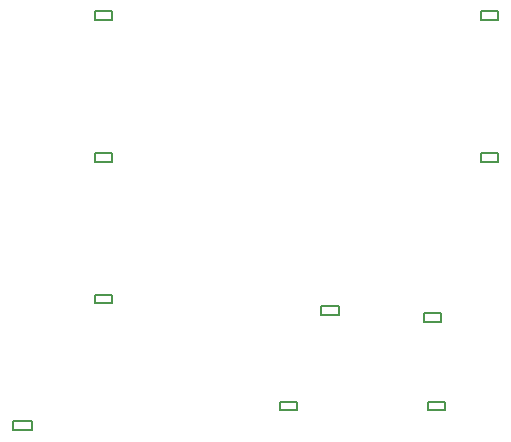
<source format=gbr>
G04*
G04 #@! TF.GenerationSoftware,Altium Limited,Altium Designer,23.8.1 (32)*
G04*
G04 Layer_Color=16711935*
%FSLAX44Y44*%
%MOMM*%
G71*
G04*
G04 #@! TF.SameCoordinates,4E8033DB-9698-49A7-8747-1B8CF0FAEC2F*
G04*
G04*
G04 #@! TF.FilePolarity,Positive*
G04*
G01*
G75*
%ADD12C,0.2000*%
D12*
X322635Y180937D02*
X337360D01*
X322635Y173437D02*
Y180937D01*
Y173437D02*
X337360D01*
Y180937D01*
X62000Y76000D02*
X78000D01*
Y84000D01*
X62000D02*
X78000D01*
X62000Y76000D02*
Y84000D01*
X412638Y100250D02*
X427362D01*
X412638Y92750D02*
Y100250D01*
Y92750D02*
X427362D01*
Y100250D01*
X287638D02*
X302362D01*
X287638Y92750D02*
Y100250D01*
Y92750D02*
X302362D01*
Y100250D01*
X457638Y303370D02*
Y310870D01*
X472362D01*
Y303370D02*
Y310870D01*
X457638Y303370D02*
X472362D01*
X130738Y423370D02*
X145462D01*
Y430870D01*
X130738D02*
X145462D01*
X130738Y423370D02*
Y430870D01*
Y303370D02*
Y310870D01*
X145462D01*
Y303370D02*
Y310870D01*
X130738Y303370D02*
X145462D01*
X424362Y167430D02*
Y174930D01*
X409638Y167430D02*
X424362D01*
X409638D02*
Y174930D01*
X424362D01*
X130738Y183370D02*
Y190870D01*
X145462D01*
Y183370D02*
Y190870D01*
X130738Y183370D02*
X145462D01*
X457638Y423370D02*
Y430870D01*
X472362D01*
Y423370D02*
Y430870D01*
X457638Y423370D02*
X472362D01*
M02*

</source>
